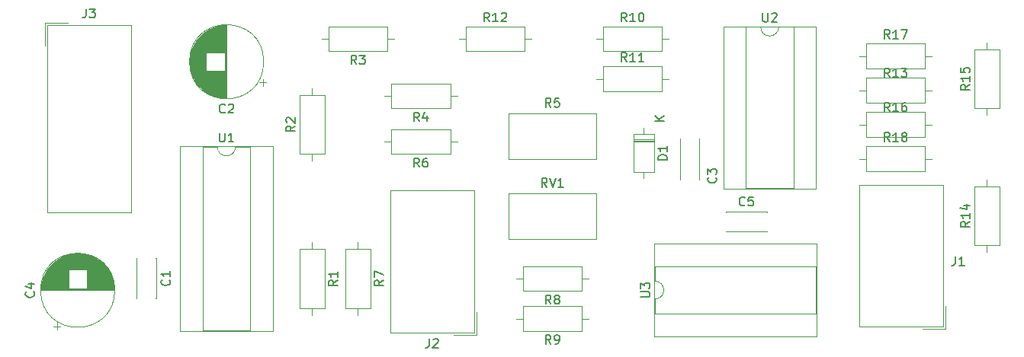
<source format=gbr>
G04 #@! TF.GenerationSoftware,KiCad,Pcbnew,5.1.4-e60b266~84~ubuntu18.04.1*
G04 #@! TF.CreationDate,2020-01-27T23:34:11+00:00*
G04 #@! TF.ProjectId,fco_v1,66636f5f-7631-42e6-9b69-6361645f7063,rev?*
G04 #@! TF.SameCoordinates,Original*
G04 #@! TF.FileFunction,Legend,Top*
G04 #@! TF.FilePolarity,Positive*
%FSLAX46Y46*%
G04 Gerber Fmt 4.6, Leading zero omitted, Abs format (unit mm)*
G04 Created by KiCad (PCBNEW 5.1.4-e60b266~84~ubuntu18.04.1) date 2020-01-27 23:34:11*
%MOMM*%
%LPD*%
G04 APERTURE LIST*
%ADD10C,0.120000*%
%ADD11C,0.150000*%
G04 APERTURE END LIST*
D10*
X109065000Y-99580000D02*
X106525000Y-99580000D01*
X109065000Y-99580000D02*
X109065000Y-97040000D01*
X108815000Y-99330000D02*
X99465000Y-99330000D01*
X108815000Y-83550000D02*
X108815000Y-99330000D01*
X99465000Y-83550000D02*
X108815000Y-83550000D01*
X99465000Y-99330000D02*
X99465000Y-83550000D01*
X141295000Y-88050000D02*
X141295000Y-88065000D01*
X141295000Y-85925000D02*
X141295000Y-85940000D01*
X136755000Y-88050000D02*
X136755000Y-88065000D01*
X136755000Y-85925000D02*
X136755000Y-85940000D01*
X136755000Y-88065000D02*
X141295000Y-88065000D01*
X136755000Y-85925000D02*
X141295000Y-85925000D01*
X61115000Y-64885000D02*
X63655000Y-64885000D01*
X61115000Y-64885000D02*
X61115000Y-67425000D01*
X61365000Y-65135000D02*
X70715000Y-65135000D01*
X61365000Y-85995000D02*
X61365000Y-65135000D01*
X70715000Y-85995000D02*
X61365000Y-85995000D01*
X70715000Y-65135000D02*
X70715000Y-85995000D01*
X128785000Y-89475000D02*
X128785000Y-99755000D01*
X146805000Y-89475000D02*
X128785000Y-89475000D01*
X146805000Y-99755000D02*
X146805000Y-89475000D01*
X128785000Y-99755000D02*
X146805000Y-99755000D01*
X128845000Y-91965000D02*
X128845000Y-93615000D01*
X146745000Y-91965000D02*
X128845000Y-91965000D01*
X146745000Y-97265000D02*
X146745000Y-91965000D01*
X128845000Y-97265000D02*
X146745000Y-97265000D01*
X128845000Y-95615000D02*
X128845000Y-97265000D01*
X128845000Y-93615000D02*
G75*
G02X128845000Y-95615000I0J-1000000D01*
G01*
X86420000Y-78620000D02*
X76140000Y-78620000D01*
X86420000Y-99180000D02*
X86420000Y-78620000D01*
X76140000Y-99180000D02*
X86420000Y-99180000D01*
X76140000Y-78620000D02*
X76140000Y-99180000D01*
X83930000Y-78680000D02*
X82280000Y-78680000D01*
X83930000Y-99120000D02*
X83930000Y-78680000D01*
X78630000Y-99120000D02*
X83930000Y-99120000D01*
X78630000Y-78680000D02*
X78630000Y-99120000D01*
X80280000Y-78680000D02*
X78630000Y-78680000D01*
X82280000Y-78680000D02*
G75*
G02X80280000Y-78680000I-1000000J0D01*
G01*
X122360000Y-74940000D02*
X122360000Y-80010000D01*
X112590000Y-74940000D02*
X112590000Y-80010000D01*
X112590000Y-80010000D02*
X122360000Y-80010000D01*
X112590000Y-74940000D02*
X122360000Y-74940000D01*
X161135000Y-98945000D02*
X158595000Y-98945000D01*
X161135000Y-98945000D02*
X161135000Y-96405000D01*
X160885000Y-98695000D02*
X151535000Y-98695000D01*
X160885000Y-82915000D02*
X160885000Y-98695000D01*
X151535000Y-82915000D02*
X160885000Y-82915000D01*
X151535000Y-98695000D02*
X151535000Y-82915000D01*
X146745000Y-65285000D02*
X136465000Y-65285000D01*
X146745000Y-83305000D02*
X146745000Y-65285000D01*
X136465000Y-83305000D02*
X146745000Y-83305000D01*
X136465000Y-65285000D02*
X136465000Y-83305000D01*
X144255000Y-65345000D02*
X142605000Y-65345000D01*
X144255000Y-83245000D02*
X144255000Y-65345000D01*
X138955000Y-83245000D02*
X144255000Y-83245000D01*
X138955000Y-65345000D02*
X138955000Y-83245000D01*
X140605000Y-65345000D02*
X138955000Y-65345000D01*
X142605000Y-65345000D02*
G75*
G02X140605000Y-65345000I-1000000J0D01*
G01*
X122360000Y-83830000D02*
X122360000Y-88900000D01*
X112590000Y-83830000D02*
X112590000Y-88900000D01*
X112590000Y-88900000D02*
X122360000Y-88900000D01*
X112590000Y-83830000D02*
X122360000Y-83830000D01*
X159615000Y-80010000D02*
X158845000Y-80010000D01*
X151535000Y-80010000D02*
X152305000Y-80010000D01*
X158845000Y-78640000D02*
X152305000Y-78640000D01*
X158845000Y-81380000D02*
X158845000Y-78640000D01*
X152305000Y-81380000D02*
X158845000Y-81380000D01*
X152305000Y-78640000D02*
X152305000Y-81380000D01*
X159615000Y-68580000D02*
X158845000Y-68580000D01*
X151535000Y-68580000D02*
X152305000Y-68580000D01*
X158845000Y-67210000D02*
X152305000Y-67210000D01*
X158845000Y-69950000D02*
X158845000Y-67210000D01*
X152305000Y-69950000D02*
X158845000Y-69950000D01*
X152305000Y-67210000D02*
X152305000Y-69950000D01*
X159615000Y-76200000D02*
X158845000Y-76200000D01*
X151535000Y-76200000D02*
X152305000Y-76200000D01*
X158845000Y-74830000D02*
X152305000Y-74830000D01*
X158845000Y-77570000D02*
X158845000Y-74830000D01*
X152305000Y-77570000D02*
X158845000Y-77570000D01*
X152305000Y-74830000D02*
X152305000Y-77570000D01*
X165735000Y-67080000D02*
X165735000Y-67850000D01*
X165735000Y-75160000D02*
X165735000Y-74390000D01*
X164365000Y-67850000D02*
X164365000Y-74390000D01*
X167105000Y-67850000D02*
X164365000Y-67850000D01*
X167105000Y-74390000D02*
X167105000Y-67850000D01*
X164365000Y-74390000D02*
X167105000Y-74390000D01*
X165735000Y-82320000D02*
X165735000Y-83090000D01*
X165735000Y-90400000D02*
X165735000Y-89630000D01*
X164365000Y-83090000D02*
X164365000Y-89630000D01*
X167105000Y-83090000D02*
X164365000Y-83090000D01*
X167105000Y-89630000D02*
X167105000Y-83090000D01*
X164365000Y-89630000D02*
X167105000Y-89630000D01*
X159615000Y-72390000D02*
X158845000Y-72390000D01*
X151535000Y-72390000D02*
X152305000Y-72390000D01*
X158845000Y-71020000D02*
X152305000Y-71020000D01*
X158845000Y-73760000D02*
X158845000Y-71020000D01*
X152305000Y-73760000D02*
X158845000Y-73760000D01*
X152305000Y-71020000D02*
X152305000Y-73760000D01*
X115165000Y-66675000D02*
X114395000Y-66675000D01*
X107085000Y-66675000D02*
X107855000Y-66675000D01*
X114395000Y-65305000D02*
X107855000Y-65305000D01*
X114395000Y-68045000D02*
X114395000Y-65305000D01*
X107855000Y-68045000D02*
X114395000Y-68045000D01*
X107855000Y-65305000D02*
X107855000Y-68045000D01*
X130405000Y-71120000D02*
X129635000Y-71120000D01*
X122325000Y-71120000D02*
X123095000Y-71120000D01*
X129635000Y-69750000D02*
X123095000Y-69750000D01*
X129635000Y-72490000D02*
X129635000Y-69750000D01*
X123095000Y-72490000D02*
X129635000Y-72490000D01*
X123095000Y-69750000D02*
X123095000Y-72490000D01*
X130405000Y-66675000D02*
X129635000Y-66675000D01*
X122325000Y-66675000D02*
X123095000Y-66675000D01*
X129635000Y-65305000D02*
X123095000Y-65305000D01*
X129635000Y-68045000D02*
X129635000Y-65305000D01*
X123095000Y-68045000D02*
X129635000Y-68045000D01*
X123095000Y-65305000D02*
X123095000Y-68045000D01*
X113435000Y-97790000D02*
X114205000Y-97790000D01*
X121515000Y-97790000D02*
X120745000Y-97790000D01*
X114205000Y-99160000D02*
X120745000Y-99160000D01*
X114205000Y-96420000D02*
X114205000Y-99160000D01*
X120745000Y-96420000D02*
X114205000Y-96420000D01*
X120745000Y-99160000D02*
X120745000Y-96420000D01*
X113435000Y-93345000D02*
X114205000Y-93345000D01*
X121515000Y-93345000D02*
X120745000Y-93345000D01*
X114205000Y-94715000D02*
X120745000Y-94715000D01*
X114205000Y-91975000D02*
X114205000Y-94715000D01*
X120745000Y-91975000D02*
X114205000Y-91975000D01*
X120745000Y-94715000D02*
X120745000Y-91975000D01*
X95885000Y-97385000D02*
X95885000Y-96615000D01*
X95885000Y-89305000D02*
X95885000Y-90075000D01*
X97255000Y-96615000D02*
X97255000Y-90075000D01*
X94515000Y-96615000D02*
X97255000Y-96615000D01*
X94515000Y-90075000D02*
X94515000Y-96615000D01*
X97255000Y-90075000D02*
X94515000Y-90075000D01*
X98830000Y-78105000D02*
X99600000Y-78105000D01*
X106910000Y-78105000D02*
X106140000Y-78105000D01*
X99600000Y-79475000D02*
X106140000Y-79475000D01*
X99600000Y-76735000D02*
X99600000Y-79475000D01*
X106140000Y-76735000D02*
X99600000Y-76735000D01*
X106140000Y-79475000D02*
X106140000Y-76735000D01*
X98830000Y-73025000D02*
X99600000Y-73025000D01*
X106910000Y-73025000D02*
X106140000Y-73025000D01*
X99600000Y-74395000D02*
X106140000Y-74395000D01*
X99600000Y-71655000D02*
X99600000Y-74395000D01*
X106140000Y-71655000D02*
X99600000Y-71655000D01*
X106140000Y-74395000D02*
X106140000Y-71655000D01*
X99155000Y-68045000D02*
X99155000Y-65305000D01*
X99155000Y-65305000D02*
X92615000Y-65305000D01*
X92615000Y-65305000D02*
X92615000Y-68045000D01*
X92615000Y-68045000D02*
X99155000Y-68045000D01*
X99925000Y-66675000D02*
X99155000Y-66675000D01*
X91845000Y-66675000D02*
X92615000Y-66675000D01*
X90805000Y-72160000D02*
X90805000Y-72930000D01*
X90805000Y-80240000D02*
X90805000Y-79470000D01*
X89435000Y-72930000D02*
X89435000Y-79470000D01*
X92175000Y-72930000D02*
X89435000Y-72930000D01*
X92175000Y-79470000D02*
X92175000Y-72930000D01*
X89435000Y-79470000D02*
X92175000Y-79470000D01*
X90805000Y-97385000D02*
X90805000Y-96615000D01*
X90805000Y-89305000D02*
X90805000Y-90075000D01*
X92175000Y-96615000D02*
X92175000Y-90075000D01*
X89435000Y-96615000D02*
X92175000Y-96615000D01*
X89435000Y-90075000D02*
X89435000Y-96615000D01*
X92175000Y-90075000D02*
X89435000Y-90075000D01*
X128755000Y-77855000D02*
X126515000Y-77855000D01*
X128755000Y-78095000D02*
X126515000Y-78095000D01*
X128755000Y-77975000D02*
X126515000Y-77975000D01*
X127635000Y-82145000D02*
X127635000Y-81495000D01*
X127635000Y-76605000D02*
X127635000Y-77255000D01*
X128755000Y-81495000D02*
X128755000Y-77255000D01*
X126515000Y-81495000D02*
X128755000Y-81495000D01*
X126515000Y-77255000D02*
X126515000Y-81495000D01*
X128755000Y-77255000D02*
X126515000Y-77255000D01*
X62055000Y-98644698D02*
X62855000Y-98644698D01*
X62455000Y-99044698D02*
X62455000Y-98244698D01*
X64237000Y-90554000D02*
X65303000Y-90554000D01*
X64002000Y-90594000D02*
X65538000Y-90594000D01*
X63822000Y-90634000D02*
X65718000Y-90634000D01*
X63672000Y-90674000D02*
X65868000Y-90674000D01*
X63541000Y-90714000D02*
X65999000Y-90714000D01*
X63424000Y-90754000D02*
X66116000Y-90754000D01*
X63317000Y-90794000D02*
X66223000Y-90794000D01*
X63218000Y-90834000D02*
X66322000Y-90834000D01*
X63125000Y-90874000D02*
X66415000Y-90874000D01*
X63039000Y-90914000D02*
X66501000Y-90914000D01*
X62957000Y-90954000D02*
X66583000Y-90954000D01*
X62880000Y-90994000D02*
X66660000Y-90994000D01*
X62806000Y-91034000D02*
X66734000Y-91034000D01*
X62736000Y-91074000D02*
X66804000Y-91074000D01*
X62668000Y-91114000D02*
X66872000Y-91114000D01*
X62604000Y-91154000D02*
X66936000Y-91154000D01*
X62542000Y-91194000D02*
X66998000Y-91194000D01*
X62483000Y-91234000D02*
X67057000Y-91234000D01*
X62425000Y-91274000D02*
X67115000Y-91274000D01*
X62370000Y-91314000D02*
X67170000Y-91314000D01*
X62316000Y-91354000D02*
X67224000Y-91354000D01*
X62265000Y-91394000D02*
X67275000Y-91394000D01*
X62214000Y-91434000D02*
X67326000Y-91434000D01*
X62166000Y-91474000D02*
X67374000Y-91474000D01*
X62119000Y-91514000D02*
X67421000Y-91514000D01*
X62073000Y-91554000D02*
X67467000Y-91554000D01*
X62029000Y-91594000D02*
X67511000Y-91594000D01*
X61986000Y-91634000D02*
X67554000Y-91634000D01*
X61944000Y-91674000D02*
X67596000Y-91674000D01*
X61903000Y-91714000D02*
X67637000Y-91714000D01*
X61863000Y-91754000D02*
X67677000Y-91754000D01*
X61825000Y-91794000D02*
X67715000Y-91794000D01*
X61787000Y-91834000D02*
X67753000Y-91834000D01*
X61751000Y-91874000D02*
X67789000Y-91874000D01*
X61715000Y-91914000D02*
X67825000Y-91914000D01*
X61680000Y-91954000D02*
X67860000Y-91954000D01*
X61646000Y-91994000D02*
X67894000Y-91994000D01*
X61614000Y-92034000D02*
X67926000Y-92034000D01*
X61581000Y-92074000D02*
X67959000Y-92074000D01*
X61550000Y-92114000D02*
X67990000Y-92114000D01*
X61520000Y-92154000D02*
X68020000Y-92154000D01*
X61490000Y-92194000D02*
X68050000Y-92194000D01*
X61461000Y-92234000D02*
X68079000Y-92234000D01*
X61432000Y-92274000D02*
X68108000Y-92274000D01*
X61405000Y-92314000D02*
X68135000Y-92314000D01*
X65810000Y-92354000D02*
X68162000Y-92354000D01*
X61378000Y-92354000D02*
X63730000Y-92354000D01*
X65810000Y-92394000D02*
X68188000Y-92394000D01*
X61352000Y-92394000D02*
X63730000Y-92394000D01*
X65810000Y-92434000D02*
X68214000Y-92434000D01*
X61326000Y-92434000D02*
X63730000Y-92434000D01*
X65810000Y-92474000D02*
X68239000Y-92474000D01*
X61301000Y-92474000D02*
X63730000Y-92474000D01*
X65810000Y-92514000D02*
X68263000Y-92514000D01*
X61277000Y-92514000D02*
X63730000Y-92514000D01*
X65810000Y-92554000D02*
X68287000Y-92554000D01*
X61253000Y-92554000D02*
X63730000Y-92554000D01*
X65810000Y-92594000D02*
X68310000Y-92594000D01*
X61230000Y-92594000D02*
X63730000Y-92594000D01*
X65810000Y-92634000D02*
X68332000Y-92634000D01*
X61208000Y-92634000D02*
X63730000Y-92634000D01*
X65810000Y-92674000D02*
X68354000Y-92674000D01*
X61186000Y-92674000D02*
X63730000Y-92674000D01*
X65810000Y-92714000D02*
X68376000Y-92714000D01*
X61164000Y-92714000D02*
X63730000Y-92714000D01*
X65810000Y-92754000D02*
X68397000Y-92754000D01*
X61143000Y-92754000D02*
X63730000Y-92754000D01*
X65810000Y-92794000D02*
X68417000Y-92794000D01*
X61123000Y-92794000D02*
X63730000Y-92794000D01*
X65810000Y-92834000D02*
X68436000Y-92834000D01*
X61104000Y-92834000D02*
X63730000Y-92834000D01*
X65810000Y-92874000D02*
X68456000Y-92874000D01*
X61084000Y-92874000D02*
X63730000Y-92874000D01*
X65810000Y-92914000D02*
X68474000Y-92914000D01*
X61066000Y-92914000D02*
X63730000Y-92914000D01*
X65810000Y-92954000D02*
X68492000Y-92954000D01*
X61048000Y-92954000D02*
X63730000Y-92954000D01*
X65810000Y-92994000D02*
X68510000Y-92994000D01*
X61030000Y-92994000D02*
X63730000Y-92994000D01*
X65810000Y-93034000D02*
X68527000Y-93034000D01*
X61013000Y-93034000D02*
X63730000Y-93034000D01*
X65810000Y-93074000D02*
X68544000Y-93074000D01*
X60996000Y-93074000D02*
X63730000Y-93074000D01*
X65810000Y-93114000D02*
X68560000Y-93114000D01*
X60980000Y-93114000D02*
X63730000Y-93114000D01*
X65810000Y-93154000D02*
X68575000Y-93154000D01*
X60965000Y-93154000D02*
X63730000Y-93154000D01*
X65810000Y-93194000D02*
X68591000Y-93194000D01*
X60949000Y-93194000D02*
X63730000Y-93194000D01*
X65810000Y-93234000D02*
X68605000Y-93234000D01*
X60935000Y-93234000D02*
X63730000Y-93234000D01*
X65810000Y-93274000D02*
X68620000Y-93274000D01*
X60920000Y-93274000D02*
X63730000Y-93274000D01*
X65810000Y-93314000D02*
X68633000Y-93314000D01*
X60907000Y-93314000D02*
X63730000Y-93314000D01*
X65810000Y-93354000D02*
X68647000Y-93354000D01*
X60893000Y-93354000D02*
X63730000Y-93354000D01*
X65810000Y-93394000D02*
X68659000Y-93394000D01*
X60881000Y-93394000D02*
X63730000Y-93394000D01*
X65810000Y-93434000D02*
X68672000Y-93434000D01*
X60868000Y-93434000D02*
X63730000Y-93434000D01*
X65810000Y-93474000D02*
X68684000Y-93474000D01*
X60856000Y-93474000D02*
X63730000Y-93474000D01*
X65810000Y-93514000D02*
X68695000Y-93514000D01*
X60845000Y-93514000D02*
X63730000Y-93514000D01*
X65810000Y-93554000D02*
X68706000Y-93554000D01*
X60834000Y-93554000D02*
X63730000Y-93554000D01*
X65810000Y-93594000D02*
X68717000Y-93594000D01*
X60823000Y-93594000D02*
X63730000Y-93594000D01*
X65810000Y-93634000D02*
X68727000Y-93634000D01*
X60813000Y-93634000D02*
X63730000Y-93634000D01*
X65810000Y-93674000D02*
X68737000Y-93674000D01*
X60803000Y-93674000D02*
X63730000Y-93674000D01*
X65810000Y-93714000D02*
X68746000Y-93714000D01*
X60794000Y-93714000D02*
X63730000Y-93714000D01*
X65810000Y-93754000D02*
X68755000Y-93754000D01*
X60785000Y-93754000D02*
X63730000Y-93754000D01*
X65810000Y-93794000D02*
X68764000Y-93794000D01*
X60776000Y-93794000D02*
X63730000Y-93794000D01*
X65810000Y-93834000D02*
X68772000Y-93834000D01*
X60768000Y-93834000D02*
X63730000Y-93834000D01*
X65810000Y-93874000D02*
X68780000Y-93874000D01*
X60760000Y-93874000D02*
X63730000Y-93874000D01*
X65810000Y-93914000D02*
X68787000Y-93914000D01*
X60753000Y-93914000D02*
X63730000Y-93914000D01*
X65810000Y-93955000D02*
X68794000Y-93955000D01*
X60746000Y-93955000D02*
X63730000Y-93955000D01*
X65810000Y-93995000D02*
X68800000Y-93995000D01*
X60740000Y-93995000D02*
X63730000Y-93995000D01*
X65810000Y-94035000D02*
X68807000Y-94035000D01*
X60733000Y-94035000D02*
X63730000Y-94035000D01*
X65810000Y-94075000D02*
X68812000Y-94075000D01*
X60728000Y-94075000D02*
X63730000Y-94075000D01*
X65810000Y-94115000D02*
X68818000Y-94115000D01*
X60722000Y-94115000D02*
X63730000Y-94115000D01*
X65810000Y-94155000D02*
X68822000Y-94155000D01*
X60718000Y-94155000D02*
X63730000Y-94155000D01*
X65810000Y-94195000D02*
X68827000Y-94195000D01*
X60713000Y-94195000D02*
X63730000Y-94195000D01*
X65810000Y-94235000D02*
X68831000Y-94235000D01*
X60709000Y-94235000D02*
X63730000Y-94235000D01*
X65810000Y-94275000D02*
X68835000Y-94275000D01*
X60705000Y-94275000D02*
X63730000Y-94275000D01*
X65810000Y-94315000D02*
X68838000Y-94315000D01*
X60702000Y-94315000D02*
X63730000Y-94315000D01*
X65810000Y-94355000D02*
X68841000Y-94355000D01*
X60699000Y-94355000D02*
X63730000Y-94355000D01*
X65810000Y-94395000D02*
X68844000Y-94395000D01*
X60696000Y-94395000D02*
X63730000Y-94395000D01*
X60694000Y-94435000D02*
X68846000Y-94435000D01*
X60693000Y-94475000D02*
X68847000Y-94475000D01*
X60691000Y-94515000D02*
X68849000Y-94515000D01*
X60690000Y-94555000D02*
X68850000Y-94555000D01*
X60690000Y-94595000D02*
X68850000Y-94595000D01*
X60690000Y-94635000D02*
X68850000Y-94635000D01*
X68890000Y-94635000D02*
G75*
G03X68890000Y-94635000I-4120000J0D01*
G01*
X133770000Y-77780000D02*
X133785000Y-77780000D01*
X131645000Y-77780000D02*
X131660000Y-77780000D01*
X133770000Y-82320000D02*
X133785000Y-82320000D01*
X131645000Y-82320000D02*
X131660000Y-82320000D01*
X133785000Y-82320000D02*
X133785000Y-77780000D01*
X131645000Y-82320000D02*
X131645000Y-77780000D01*
X85309698Y-71930000D02*
X85309698Y-71130000D01*
X85709698Y-71530000D02*
X84909698Y-71530000D01*
X77219000Y-69748000D02*
X77219000Y-68682000D01*
X77259000Y-69983000D02*
X77259000Y-68447000D01*
X77299000Y-70163000D02*
X77299000Y-68267000D01*
X77339000Y-70313000D02*
X77339000Y-68117000D01*
X77379000Y-70444000D02*
X77379000Y-67986000D01*
X77419000Y-70561000D02*
X77419000Y-67869000D01*
X77459000Y-70668000D02*
X77459000Y-67762000D01*
X77499000Y-70767000D02*
X77499000Y-67663000D01*
X77539000Y-70860000D02*
X77539000Y-67570000D01*
X77579000Y-70946000D02*
X77579000Y-67484000D01*
X77619000Y-71028000D02*
X77619000Y-67402000D01*
X77659000Y-71105000D02*
X77659000Y-67325000D01*
X77699000Y-71179000D02*
X77699000Y-67251000D01*
X77739000Y-71249000D02*
X77739000Y-67181000D01*
X77779000Y-71317000D02*
X77779000Y-67113000D01*
X77819000Y-71381000D02*
X77819000Y-67049000D01*
X77859000Y-71443000D02*
X77859000Y-66987000D01*
X77899000Y-71502000D02*
X77899000Y-66928000D01*
X77939000Y-71560000D02*
X77939000Y-66870000D01*
X77979000Y-71615000D02*
X77979000Y-66815000D01*
X78019000Y-71669000D02*
X78019000Y-66761000D01*
X78059000Y-71720000D02*
X78059000Y-66710000D01*
X78099000Y-71771000D02*
X78099000Y-66659000D01*
X78139000Y-71819000D02*
X78139000Y-66611000D01*
X78179000Y-71866000D02*
X78179000Y-66564000D01*
X78219000Y-71912000D02*
X78219000Y-66518000D01*
X78259000Y-71956000D02*
X78259000Y-66474000D01*
X78299000Y-71999000D02*
X78299000Y-66431000D01*
X78339000Y-72041000D02*
X78339000Y-66389000D01*
X78379000Y-72082000D02*
X78379000Y-66348000D01*
X78419000Y-72122000D02*
X78419000Y-66308000D01*
X78459000Y-72160000D02*
X78459000Y-66270000D01*
X78499000Y-72198000D02*
X78499000Y-66232000D01*
X78539000Y-72234000D02*
X78539000Y-66196000D01*
X78579000Y-72270000D02*
X78579000Y-66160000D01*
X78619000Y-72305000D02*
X78619000Y-66125000D01*
X78659000Y-72339000D02*
X78659000Y-66091000D01*
X78699000Y-72371000D02*
X78699000Y-66059000D01*
X78739000Y-72404000D02*
X78739000Y-66026000D01*
X78779000Y-72435000D02*
X78779000Y-65995000D01*
X78819000Y-72465000D02*
X78819000Y-65965000D01*
X78859000Y-72495000D02*
X78859000Y-65935000D01*
X78899000Y-72524000D02*
X78899000Y-65906000D01*
X78939000Y-72553000D02*
X78939000Y-65877000D01*
X78979000Y-72580000D02*
X78979000Y-65850000D01*
X79019000Y-68175000D02*
X79019000Y-65823000D01*
X79019000Y-72607000D02*
X79019000Y-70255000D01*
X79059000Y-68175000D02*
X79059000Y-65797000D01*
X79059000Y-72633000D02*
X79059000Y-70255000D01*
X79099000Y-68175000D02*
X79099000Y-65771000D01*
X79099000Y-72659000D02*
X79099000Y-70255000D01*
X79139000Y-68175000D02*
X79139000Y-65746000D01*
X79139000Y-72684000D02*
X79139000Y-70255000D01*
X79179000Y-68175000D02*
X79179000Y-65722000D01*
X79179000Y-72708000D02*
X79179000Y-70255000D01*
X79219000Y-68175000D02*
X79219000Y-65698000D01*
X79219000Y-72732000D02*
X79219000Y-70255000D01*
X79259000Y-68175000D02*
X79259000Y-65675000D01*
X79259000Y-72755000D02*
X79259000Y-70255000D01*
X79299000Y-68175000D02*
X79299000Y-65653000D01*
X79299000Y-72777000D02*
X79299000Y-70255000D01*
X79339000Y-68175000D02*
X79339000Y-65631000D01*
X79339000Y-72799000D02*
X79339000Y-70255000D01*
X79379000Y-68175000D02*
X79379000Y-65609000D01*
X79379000Y-72821000D02*
X79379000Y-70255000D01*
X79419000Y-68175000D02*
X79419000Y-65588000D01*
X79419000Y-72842000D02*
X79419000Y-70255000D01*
X79459000Y-68175000D02*
X79459000Y-65568000D01*
X79459000Y-72862000D02*
X79459000Y-70255000D01*
X79499000Y-68175000D02*
X79499000Y-65549000D01*
X79499000Y-72881000D02*
X79499000Y-70255000D01*
X79539000Y-68175000D02*
X79539000Y-65529000D01*
X79539000Y-72901000D02*
X79539000Y-70255000D01*
X79579000Y-68175000D02*
X79579000Y-65511000D01*
X79579000Y-72919000D02*
X79579000Y-70255000D01*
X79619000Y-68175000D02*
X79619000Y-65493000D01*
X79619000Y-72937000D02*
X79619000Y-70255000D01*
X79659000Y-68175000D02*
X79659000Y-65475000D01*
X79659000Y-72955000D02*
X79659000Y-70255000D01*
X79699000Y-68175000D02*
X79699000Y-65458000D01*
X79699000Y-72972000D02*
X79699000Y-70255000D01*
X79739000Y-68175000D02*
X79739000Y-65441000D01*
X79739000Y-72989000D02*
X79739000Y-70255000D01*
X79779000Y-68175000D02*
X79779000Y-65425000D01*
X79779000Y-73005000D02*
X79779000Y-70255000D01*
X79819000Y-68175000D02*
X79819000Y-65410000D01*
X79819000Y-73020000D02*
X79819000Y-70255000D01*
X79859000Y-68175000D02*
X79859000Y-65394000D01*
X79859000Y-73036000D02*
X79859000Y-70255000D01*
X79899000Y-68175000D02*
X79899000Y-65380000D01*
X79899000Y-73050000D02*
X79899000Y-70255000D01*
X79939000Y-68175000D02*
X79939000Y-65365000D01*
X79939000Y-73065000D02*
X79939000Y-70255000D01*
X79979000Y-68175000D02*
X79979000Y-65352000D01*
X79979000Y-73078000D02*
X79979000Y-70255000D01*
X80019000Y-68175000D02*
X80019000Y-65338000D01*
X80019000Y-73092000D02*
X80019000Y-70255000D01*
X80059000Y-68175000D02*
X80059000Y-65326000D01*
X80059000Y-73104000D02*
X80059000Y-70255000D01*
X80099000Y-68175000D02*
X80099000Y-65313000D01*
X80099000Y-73117000D02*
X80099000Y-70255000D01*
X80139000Y-68175000D02*
X80139000Y-65301000D01*
X80139000Y-73129000D02*
X80139000Y-70255000D01*
X80179000Y-68175000D02*
X80179000Y-65290000D01*
X80179000Y-73140000D02*
X80179000Y-70255000D01*
X80219000Y-68175000D02*
X80219000Y-65279000D01*
X80219000Y-73151000D02*
X80219000Y-70255000D01*
X80259000Y-68175000D02*
X80259000Y-65268000D01*
X80259000Y-73162000D02*
X80259000Y-70255000D01*
X80299000Y-68175000D02*
X80299000Y-65258000D01*
X80299000Y-73172000D02*
X80299000Y-70255000D01*
X80339000Y-68175000D02*
X80339000Y-65248000D01*
X80339000Y-73182000D02*
X80339000Y-70255000D01*
X80379000Y-68175000D02*
X80379000Y-65239000D01*
X80379000Y-73191000D02*
X80379000Y-70255000D01*
X80419000Y-68175000D02*
X80419000Y-65230000D01*
X80419000Y-73200000D02*
X80419000Y-70255000D01*
X80459000Y-68175000D02*
X80459000Y-65221000D01*
X80459000Y-73209000D02*
X80459000Y-70255000D01*
X80499000Y-68175000D02*
X80499000Y-65213000D01*
X80499000Y-73217000D02*
X80499000Y-70255000D01*
X80539000Y-68175000D02*
X80539000Y-65205000D01*
X80539000Y-73225000D02*
X80539000Y-70255000D01*
X80579000Y-68175000D02*
X80579000Y-65198000D01*
X80579000Y-73232000D02*
X80579000Y-70255000D01*
X80620000Y-68175000D02*
X80620000Y-65191000D01*
X80620000Y-73239000D02*
X80620000Y-70255000D01*
X80660000Y-68175000D02*
X80660000Y-65185000D01*
X80660000Y-73245000D02*
X80660000Y-70255000D01*
X80700000Y-68175000D02*
X80700000Y-65178000D01*
X80700000Y-73252000D02*
X80700000Y-70255000D01*
X80740000Y-68175000D02*
X80740000Y-65173000D01*
X80740000Y-73257000D02*
X80740000Y-70255000D01*
X80780000Y-68175000D02*
X80780000Y-65167000D01*
X80780000Y-73263000D02*
X80780000Y-70255000D01*
X80820000Y-68175000D02*
X80820000Y-65163000D01*
X80820000Y-73267000D02*
X80820000Y-70255000D01*
X80860000Y-68175000D02*
X80860000Y-65158000D01*
X80860000Y-73272000D02*
X80860000Y-70255000D01*
X80900000Y-68175000D02*
X80900000Y-65154000D01*
X80900000Y-73276000D02*
X80900000Y-70255000D01*
X80940000Y-68175000D02*
X80940000Y-65150000D01*
X80940000Y-73280000D02*
X80940000Y-70255000D01*
X80980000Y-68175000D02*
X80980000Y-65147000D01*
X80980000Y-73283000D02*
X80980000Y-70255000D01*
X81020000Y-68175000D02*
X81020000Y-65144000D01*
X81020000Y-73286000D02*
X81020000Y-70255000D01*
X81060000Y-68175000D02*
X81060000Y-65141000D01*
X81060000Y-73289000D02*
X81060000Y-70255000D01*
X81100000Y-73291000D02*
X81100000Y-65139000D01*
X81140000Y-73292000D02*
X81140000Y-65138000D01*
X81180000Y-73294000D02*
X81180000Y-65136000D01*
X81220000Y-73295000D02*
X81220000Y-65135000D01*
X81260000Y-73295000D02*
X81260000Y-65135000D01*
X81300000Y-73295000D02*
X81300000Y-65135000D01*
X85420000Y-69215000D02*
G75*
G03X85420000Y-69215000I-4120000J0D01*
G01*
X71335000Y-95575000D02*
X71320000Y-95575000D01*
X73460000Y-95575000D02*
X73445000Y-95575000D01*
X71335000Y-91035000D02*
X71320000Y-91035000D01*
X73460000Y-91035000D02*
X73445000Y-91035000D01*
X71320000Y-91035000D02*
X71320000Y-95575000D01*
X73460000Y-91035000D02*
X73460000Y-95575000D01*
D11*
X103806666Y-100036380D02*
X103806666Y-100750666D01*
X103759047Y-100893523D01*
X103663809Y-100988761D01*
X103520952Y-101036380D01*
X103425714Y-101036380D01*
X104235238Y-100131619D02*
X104282857Y-100084000D01*
X104378095Y-100036380D01*
X104616190Y-100036380D01*
X104711428Y-100084000D01*
X104759047Y-100131619D01*
X104806666Y-100226857D01*
X104806666Y-100322095D01*
X104759047Y-100464952D01*
X104187619Y-101036380D01*
X104806666Y-101036380D01*
X138858333Y-85152142D02*
X138810714Y-85199761D01*
X138667857Y-85247380D01*
X138572619Y-85247380D01*
X138429761Y-85199761D01*
X138334523Y-85104523D01*
X138286904Y-85009285D01*
X138239285Y-84818809D01*
X138239285Y-84675952D01*
X138286904Y-84485476D01*
X138334523Y-84390238D01*
X138429761Y-84295000D01*
X138572619Y-84247380D01*
X138667857Y-84247380D01*
X138810714Y-84295000D01*
X138858333Y-84342619D01*
X139763095Y-84247380D02*
X139286904Y-84247380D01*
X139239285Y-84723571D01*
X139286904Y-84675952D01*
X139382142Y-84628333D01*
X139620238Y-84628333D01*
X139715476Y-84675952D01*
X139763095Y-84723571D01*
X139810714Y-84818809D01*
X139810714Y-85056904D01*
X139763095Y-85152142D01*
X139715476Y-85199761D01*
X139620238Y-85247380D01*
X139382142Y-85247380D01*
X139286904Y-85199761D01*
X139239285Y-85152142D01*
X65706666Y-63333380D02*
X65706666Y-64047666D01*
X65659047Y-64190523D01*
X65563809Y-64285761D01*
X65420952Y-64333380D01*
X65325714Y-64333380D01*
X66087619Y-63333380D02*
X66706666Y-63333380D01*
X66373333Y-63714333D01*
X66516190Y-63714333D01*
X66611428Y-63761952D01*
X66659047Y-63809571D01*
X66706666Y-63904809D01*
X66706666Y-64142904D01*
X66659047Y-64238142D01*
X66611428Y-64285761D01*
X66516190Y-64333380D01*
X66230476Y-64333380D01*
X66135238Y-64285761D01*
X66087619Y-64238142D01*
X127297380Y-95376904D02*
X128106904Y-95376904D01*
X128202142Y-95329285D01*
X128249761Y-95281666D01*
X128297380Y-95186428D01*
X128297380Y-94995952D01*
X128249761Y-94900714D01*
X128202142Y-94853095D01*
X128106904Y-94805476D01*
X127297380Y-94805476D01*
X127297380Y-94424523D02*
X127297380Y-93805476D01*
X127678333Y-94138809D01*
X127678333Y-93995952D01*
X127725952Y-93900714D01*
X127773571Y-93853095D01*
X127868809Y-93805476D01*
X128106904Y-93805476D01*
X128202142Y-93853095D01*
X128249761Y-93900714D01*
X128297380Y-93995952D01*
X128297380Y-94281666D01*
X128249761Y-94376904D01*
X128202142Y-94424523D01*
X80518095Y-77132380D02*
X80518095Y-77941904D01*
X80565714Y-78037142D01*
X80613333Y-78084761D01*
X80708571Y-78132380D01*
X80899047Y-78132380D01*
X80994285Y-78084761D01*
X81041904Y-78037142D01*
X81089523Y-77941904D01*
X81089523Y-77132380D01*
X82089523Y-78132380D02*
X81518095Y-78132380D01*
X81803809Y-78132380D02*
X81803809Y-77132380D01*
X81708571Y-77275238D01*
X81613333Y-77370476D01*
X81518095Y-77418095D01*
X117308333Y-74262380D02*
X116975000Y-73786190D01*
X116736904Y-74262380D02*
X116736904Y-73262380D01*
X117117857Y-73262380D01*
X117213095Y-73310000D01*
X117260714Y-73357619D01*
X117308333Y-73452857D01*
X117308333Y-73595714D01*
X117260714Y-73690952D01*
X117213095Y-73738571D01*
X117117857Y-73786190D01*
X116736904Y-73786190D01*
X118213095Y-73262380D02*
X117736904Y-73262380D01*
X117689285Y-73738571D01*
X117736904Y-73690952D01*
X117832142Y-73643333D01*
X118070238Y-73643333D01*
X118165476Y-73690952D01*
X118213095Y-73738571D01*
X118260714Y-73833809D01*
X118260714Y-74071904D01*
X118213095Y-74167142D01*
X118165476Y-74214761D01*
X118070238Y-74262380D01*
X117832142Y-74262380D01*
X117736904Y-74214761D01*
X117689285Y-74167142D01*
X162226666Y-90892380D02*
X162226666Y-91606666D01*
X162179047Y-91749523D01*
X162083809Y-91844761D01*
X161940952Y-91892380D01*
X161845714Y-91892380D01*
X163226666Y-91892380D02*
X162655238Y-91892380D01*
X162940952Y-91892380D02*
X162940952Y-90892380D01*
X162845714Y-91035238D01*
X162750476Y-91130476D01*
X162655238Y-91178095D01*
X140843095Y-63797380D02*
X140843095Y-64606904D01*
X140890714Y-64702142D01*
X140938333Y-64749761D01*
X141033571Y-64797380D01*
X141224047Y-64797380D01*
X141319285Y-64749761D01*
X141366904Y-64702142D01*
X141414523Y-64606904D01*
X141414523Y-63797380D01*
X141843095Y-63892619D02*
X141890714Y-63845000D01*
X141985952Y-63797380D01*
X142224047Y-63797380D01*
X142319285Y-63845000D01*
X142366904Y-63892619D01*
X142414523Y-63987857D01*
X142414523Y-64083095D01*
X142366904Y-64225952D01*
X141795476Y-64797380D01*
X142414523Y-64797380D01*
X116879761Y-83152380D02*
X116546428Y-82676190D01*
X116308333Y-83152380D02*
X116308333Y-82152380D01*
X116689285Y-82152380D01*
X116784523Y-82200000D01*
X116832142Y-82247619D01*
X116879761Y-82342857D01*
X116879761Y-82485714D01*
X116832142Y-82580952D01*
X116784523Y-82628571D01*
X116689285Y-82676190D01*
X116308333Y-82676190D01*
X117165476Y-82152380D02*
X117498809Y-83152380D01*
X117832142Y-82152380D01*
X118689285Y-83152380D02*
X118117857Y-83152380D01*
X118403571Y-83152380D02*
X118403571Y-82152380D01*
X118308333Y-82295238D01*
X118213095Y-82390476D01*
X118117857Y-82438095D01*
X154932142Y-78092380D02*
X154598809Y-77616190D01*
X154360714Y-78092380D02*
X154360714Y-77092380D01*
X154741666Y-77092380D01*
X154836904Y-77140000D01*
X154884523Y-77187619D01*
X154932142Y-77282857D01*
X154932142Y-77425714D01*
X154884523Y-77520952D01*
X154836904Y-77568571D01*
X154741666Y-77616190D01*
X154360714Y-77616190D01*
X155884523Y-78092380D02*
X155313095Y-78092380D01*
X155598809Y-78092380D02*
X155598809Y-77092380D01*
X155503571Y-77235238D01*
X155408333Y-77330476D01*
X155313095Y-77378095D01*
X156455952Y-77520952D02*
X156360714Y-77473333D01*
X156313095Y-77425714D01*
X156265476Y-77330476D01*
X156265476Y-77282857D01*
X156313095Y-77187619D01*
X156360714Y-77140000D01*
X156455952Y-77092380D01*
X156646428Y-77092380D01*
X156741666Y-77140000D01*
X156789285Y-77187619D01*
X156836904Y-77282857D01*
X156836904Y-77330476D01*
X156789285Y-77425714D01*
X156741666Y-77473333D01*
X156646428Y-77520952D01*
X156455952Y-77520952D01*
X156360714Y-77568571D01*
X156313095Y-77616190D01*
X156265476Y-77711428D01*
X156265476Y-77901904D01*
X156313095Y-77997142D01*
X156360714Y-78044761D01*
X156455952Y-78092380D01*
X156646428Y-78092380D01*
X156741666Y-78044761D01*
X156789285Y-77997142D01*
X156836904Y-77901904D01*
X156836904Y-77711428D01*
X156789285Y-77616190D01*
X156741666Y-77568571D01*
X156646428Y-77520952D01*
X154932142Y-66662380D02*
X154598809Y-66186190D01*
X154360714Y-66662380D02*
X154360714Y-65662380D01*
X154741666Y-65662380D01*
X154836904Y-65710000D01*
X154884523Y-65757619D01*
X154932142Y-65852857D01*
X154932142Y-65995714D01*
X154884523Y-66090952D01*
X154836904Y-66138571D01*
X154741666Y-66186190D01*
X154360714Y-66186190D01*
X155884523Y-66662380D02*
X155313095Y-66662380D01*
X155598809Y-66662380D02*
X155598809Y-65662380D01*
X155503571Y-65805238D01*
X155408333Y-65900476D01*
X155313095Y-65948095D01*
X156217857Y-65662380D02*
X156884523Y-65662380D01*
X156455952Y-66662380D01*
X154932142Y-74747380D02*
X154598809Y-74271190D01*
X154360714Y-74747380D02*
X154360714Y-73747380D01*
X154741666Y-73747380D01*
X154836904Y-73795000D01*
X154884523Y-73842619D01*
X154932142Y-73937857D01*
X154932142Y-74080714D01*
X154884523Y-74175952D01*
X154836904Y-74223571D01*
X154741666Y-74271190D01*
X154360714Y-74271190D01*
X155884523Y-74747380D02*
X155313095Y-74747380D01*
X155598809Y-74747380D02*
X155598809Y-73747380D01*
X155503571Y-73890238D01*
X155408333Y-73985476D01*
X155313095Y-74033095D01*
X156741666Y-73747380D02*
X156551190Y-73747380D01*
X156455952Y-73795000D01*
X156408333Y-73842619D01*
X156313095Y-73985476D01*
X156265476Y-74175952D01*
X156265476Y-74556904D01*
X156313095Y-74652142D01*
X156360714Y-74699761D01*
X156455952Y-74747380D01*
X156646428Y-74747380D01*
X156741666Y-74699761D01*
X156789285Y-74652142D01*
X156836904Y-74556904D01*
X156836904Y-74318809D01*
X156789285Y-74223571D01*
X156741666Y-74175952D01*
X156646428Y-74128333D01*
X156455952Y-74128333D01*
X156360714Y-74175952D01*
X156313095Y-74223571D01*
X156265476Y-74318809D01*
X163817380Y-71762857D02*
X163341190Y-72096190D01*
X163817380Y-72334285D02*
X162817380Y-72334285D01*
X162817380Y-71953333D01*
X162865000Y-71858095D01*
X162912619Y-71810476D01*
X163007857Y-71762857D01*
X163150714Y-71762857D01*
X163245952Y-71810476D01*
X163293571Y-71858095D01*
X163341190Y-71953333D01*
X163341190Y-72334285D01*
X163817380Y-70810476D02*
X163817380Y-71381904D01*
X163817380Y-71096190D02*
X162817380Y-71096190D01*
X162960238Y-71191428D01*
X163055476Y-71286666D01*
X163103095Y-71381904D01*
X162817380Y-69905714D02*
X162817380Y-70381904D01*
X163293571Y-70429523D01*
X163245952Y-70381904D01*
X163198333Y-70286666D01*
X163198333Y-70048571D01*
X163245952Y-69953333D01*
X163293571Y-69905714D01*
X163388809Y-69858095D01*
X163626904Y-69858095D01*
X163722142Y-69905714D01*
X163769761Y-69953333D01*
X163817380Y-70048571D01*
X163817380Y-70286666D01*
X163769761Y-70381904D01*
X163722142Y-70429523D01*
X163817380Y-87002857D02*
X163341190Y-87336190D01*
X163817380Y-87574285D02*
X162817380Y-87574285D01*
X162817380Y-87193333D01*
X162865000Y-87098095D01*
X162912619Y-87050476D01*
X163007857Y-87002857D01*
X163150714Y-87002857D01*
X163245952Y-87050476D01*
X163293571Y-87098095D01*
X163341190Y-87193333D01*
X163341190Y-87574285D01*
X163817380Y-86050476D02*
X163817380Y-86621904D01*
X163817380Y-86336190D02*
X162817380Y-86336190D01*
X162960238Y-86431428D01*
X163055476Y-86526666D01*
X163103095Y-86621904D01*
X163150714Y-85193333D02*
X163817380Y-85193333D01*
X162769761Y-85431428D02*
X163484047Y-85669523D01*
X163484047Y-85050476D01*
X154932142Y-70937380D02*
X154598809Y-70461190D01*
X154360714Y-70937380D02*
X154360714Y-69937380D01*
X154741666Y-69937380D01*
X154836904Y-69985000D01*
X154884523Y-70032619D01*
X154932142Y-70127857D01*
X154932142Y-70270714D01*
X154884523Y-70365952D01*
X154836904Y-70413571D01*
X154741666Y-70461190D01*
X154360714Y-70461190D01*
X155884523Y-70937380D02*
X155313095Y-70937380D01*
X155598809Y-70937380D02*
X155598809Y-69937380D01*
X155503571Y-70080238D01*
X155408333Y-70175476D01*
X155313095Y-70223095D01*
X156217857Y-69937380D02*
X156836904Y-69937380D01*
X156503571Y-70318333D01*
X156646428Y-70318333D01*
X156741666Y-70365952D01*
X156789285Y-70413571D01*
X156836904Y-70508809D01*
X156836904Y-70746904D01*
X156789285Y-70842142D01*
X156741666Y-70889761D01*
X156646428Y-70937380D01*
X156360714Y-70937380D01*
X156265476Y-70889761D01*
X156217857Y-70842142D01*
X110482142Y-64757380D02*
X110148809Y-64281190D01*
X109910714Y-64757380D02*
X109910714Y-63757380D01*
X110291666Y-63757380D01*
X110386904Y-63805000D01*
X110434523Y-63852619D01*
X110482142Y-63947857D01*
X110482142Y-64090714D01*
X110434523Y-64185952D01*
X110386904Y-64233571D01*
X110291666Y-64281190D01*
X109910714Y-64281190D01*
X111434523Y-64757380D02*
X110863095Y-64757380D01*
X111148809Y-64757380D02*
X111148809Y-63757380D01*
X111053571Y-63900238D01*
X110958333Y-63995476D01*
X110863095Y-64043095D01*
X111815476Y-63852619D02*
X111863095Y-63805000D01*
X111958333Y-63757380D01*
X112196428Y-63757380D01*
X112291666Y-63805000D01*
X112339285Y-63852619D01*
X112386904Y-63947857D01*
X112386904Y-64043095D01*
X112339285Y-64185952D01*
X111767857Y-64757380D01*
X112386904Y-64757380D01*
X125722142Y-69202380D02*
X125388809Y-68726190D01*
X125150714Y-69202380D02*
X125150714Y-68202380D01*
X125531666Y-68202380D01*
X125626904Y-68250000D01*
X125674523Y-68297619D01*
X125722142Y-68392857D01*
X125722142Y-68535714D01*
X125674523Y-68630952D01*
X125626904Y-68678571D01*
X125531666Y-68726190D01*
X125150714Y-68726190D01*
X126674523Y-69202380D02*
X126103095Y-69202380D01*
X126388809Y-69202380D02*
X126388809Y-68202380D01*
X126293571Y-68345238D01*
X126198333Y-68440476D01*
X126103095Y-68488095D01*
X127626904Y-69202380D02*
X127055476Y-69202380D01*
X127341190Y-69202380D02*
X127341190Y-68202380D01*
X127245952Y-68345238D01*
X127150714Y-68440476D01*
X127055476Y-68488095D01*
X125722142Y-64757380D02*
X125388809Y-64281190D01*
X125150714Y-64757380D02*
X125150714Y-63757380D01*
X125531666Y-63757380D01*
X125626904Y-63805000D01*
X125674523Y-63852619D01*
X125722142Y-63947857D01*
X125722142Y-64090714D01*
X125674523Y-64185952D01*
X125626904Y-64233571D01*
X125531666Y-64281190D01*
X125150714Y-64281190D01*
X126674523Y-64757380D02*
X126103095Y-64757380D01*
X126388809Y-64757380D02*
X126388809Y-63757380D01*
X126293571Y-63900238D01*
X126198333Y-63995476D01*
X126103095Y-64043095D01*
X127293571Y-63757380D02*
X127388809Y-63757380D01*
X127484047Y-63805000D01*
X127531666Y-63852619D01*
X127579285Y-63947857D01*
X127626904Y-64138333D01*
X127626904Y-64376428D01*
X127579285Y-64566904D01*
X127531666Y-64662142D01*
X127484047Y-64709761D01*
X127388809Y-64757380D01*
X127293571Y-64757380D01*
X127198333Y-64709761D01*
X127150714Y-64662142D01*
X127103095Y-64566904D01*
X127055476Y-64376428D01*
X127055476Y-64138333D01*
X127103095Y-63947857D01*
X127150714Y-63852619D01*
X127198333Y-63805000D01*
X127293571Y-63757380D01*
X117308333Y-100612380D02*
X116975000Y-100136190D01*
X116736904Y-100612380D02*
X116736904Y-99612380D01*
X117117857Y-99612380D01*
X117213095Y-99660000D01*
X117260714Y-99707619D01*
X117308333Y-99802857D01*
X117308333Y-99945714D01*
X117260714Y-100040952D01*
X117213095Y-100088571D01*
X117117857Y-100136190D01*
X116736904Y-100136190D01*
X117784523Y-100612380D02*
X117975000Y-100612380D01*
X118070238Y-100564761D01*
X118117857Y-100517142D01*
X118213095Y-100374285D01*
X118260714Y-100183809D01*
X118260714Y-99802857D01*
X118213095Y-99707619D01*
X118165476Y-99660000D01*
X118070238Y-99612380D01*
X117879761Y-99612380D01*
X117784523Y-99660000D01*
X117736904Y-99707619D01*
X117689285Y-99802857D01*
X117689285Y-100040952D01*
X117736904Y-100136190D01*
X117784523Y-100183809D01*
X117879761Y-100231428D01*
X118070238Y-100231428D01*
X118165476Y-100183809D01*
X118213095Y-100136190D01*
X118260714Y-100040952D01*
X117308333Y-96167380D02*
X116975000Y-95691190D01*
X116736904Y-96167380D02*
X116736904Y-95167380D01*
X117117857Y-95167380D01*
X117213095Y-95215000D01*
X117260714Y-95262619D01*
X117308333Y-95357857D01*
X117308333Y-95500714D01*
X117260714Y-95595952D01*
X117213095Y-95643571D01*
X117117857Y-95691190D01*
X116736904Y-95691190D01*
X117879761Y-95595952D02*
X117784523Y-95548333D01*
X117736904Y-95500714D01*
X117689285Y-95405476D01*
X117689285Y-95357857D01*
X117736904Y-95262619D01*
X117784523Y-95215000D01*
X117879761Y-95167380D01*
X118070238Y-95167380D01*
X118165476Y-95215000D01*
X118213095Y-95262619D01*
X118260714Y-95357857D01*
X118260714Y-95405476D01*
X118213095Y-95500714D01*
X118165476Y-95548333D01*
X118070238Y-95595952D01*
X117879761Y-95595952D01*
X117784523Y-95643571D01*
X117736904Y-95691190D01*
X117689285Y-95786428D01*
X117689285Y-95976904D01*
X117736904Y-96072142D01*
X117784523Y-96119761D01*
X117879761Y-96167380D01*
X118070238Y-96167380D01*
X118165476Y-96119761D01*
X118213095Y-96072142D01*
X118260714Y-95976904D01*
X118260714Y-95786428D01*
X118213095Y-95691190D01*
X118165476Y-95643571D01*
X118070238Y-95595952D01*
X98707380Y-93511666D02*
X98231190Y-93845000D01*
X98707380Y-94083095D02*
X97707380Y-94083095D01*
X97707380Y-93702142D01*
X97755000Y-93606904D01*
X97802619Y-93559285D01*
X97897857Y-93511666D01*
X98040714Y-93511666D01*
X98135952Y-93559285D01*
X98183571Y-93606904D01*
X98231190Y-93702142D01*
X98231190Y-94083095D01*
X97707380Y-93178333D02*
X97707380Y-92511666D01*
X98707380Y-92940238D01*
X102703333Y-80927380D02*
X102370000Y-80451190D01*
X102131904Y-80927380D02*
X102131904Y-79927380D01*
X102512857Y-79927380D01*
X102608095Y-79975000D01*
X102655714Y-80022619D01*
X102703333Y-80117857D01*
X102703333Y-80260714D01*
X102655714Y-80355952D01*
X102608095Y-80403571D01*
X102512857Y-80451190D01*
X102131904Y-80451190D01*
X103560476Y-79927380D02*
X103370000Y-79927380D01*
X103274761Y-79975000D01*
X103227142Y-80022619D01*
X103131904Y-80165476D01*
X103084285Y-80355952D01*
X103084285Y-80736904D01*
X103131904Y-80832142D01*
X103179523Y-80879761D01*
X103274761Y-80927380D01*
X103465238Y-80927380D01*
X103560476Y-80879761D01*
X103608095Y-80832142D01*
X103655714Y-80736904D01*
X103655714Y-80498809D01*
X103608095Y-80403571D01*
X103560476Y-80355952D01*
X103465238Y-80308333D01*
X103274761Y-80308333D01*
X103179523Y-80355952D01*
X103131904Y-80403571D01*
X103084285Y-80498809D01*
X102703333Y-75847380D02*
X102370000Y-75371190D01*
X102131904Y-75847380D02*
X102131904Y-74847380D01*
X102512857Y-74847380D01*
X102608095Y-74895000D01*
X102655714Y-74942619D01*
X102703333Y-75037857D01*
X102703333Y-75180714D01*
X102655714Y-75275952D01*
X102608095Y-75323571D01*
X102512857Y-75371190D01*
X102131904Y-75371190D01*
X103560476Y-75180714D02*
X103560476Y-75847380D01*
X103322380Y-74799761D02*
X103084285Y-75514047D01*
X103703333Y-75514047D01*
X95718333Y-69497380D02*
X95385000Y-69021190D01*
X95146904Y-69497380D02*
X95146904Y-68497380D01*
X95527857Y-68497380D01*
X95623095Y-68545000D01*
X95670714Y-68592619D01*
X95718333Y-68687857D01*
X95718333Y-68830714D01*
X95670714Y-68925952D01*
X95623095Y-68973571D01*
X95527857Y-69021190D01*
X95146904Y-69021190D01*
X96051666Y-68497380D02*
X96670714Y-68497380D01*
X96337380Y-68878333D01*
X96480238Y-68878333D01*
X96575476Y-68925952D01*
X96623095Y-68973571D01*
X96670714Y-69068809D01*
X96670714Y-69306904D01*
X96623095Y-69402142D01*
X96575476Y-69449761D01*
X96480238Y-69497380D01*
X96194523Y-69497380D01*
X96099285Y-69449761D01*
X96051666Y-69402142D01*
X88887380Y-76366666D02*
X88411190Y-76700000D01*
X88887380Y-76938095D02*
X87887380Y-76938095D01*
X87887380Y-76557142D01*
X87935000Y-76461904D01*
X87982619Y-76414285D01*
X88077857Y-76366666D01*
X88220714Y-76366666D01*
X88315952Y-76414285D01*
X88363571Y-76461904D01*
X88411190Y-76557142D01*
X88411190Y-76938095D01*
X87982619Y-75985714D02*
X87935000Y-75938095D01*
X87887380Y-75842857D01*
X87887380Y-75604761D01*
X87935000Y-75509523D01*
X87982619Y-75461904D01*
X88077857Y-75414285D01*
X88173095Y-75414285D01*
X88315952Y-75461904D01*
X88887380Y-76033333D01*
X88887380Y-75414285D01*
X93627380Y-93511666D02*
X93151190Y-93845000D01*
X93627380Y-94083095D02*
X92627380Y-94083095D01*
X92627380Y-93702142D01*
X92675000Y-93606904D01*
X92722619Y-93559285D01*
X92817857Y-93511666D01*
X92960714Y-93511666D01*
X93055952Y-93559285D01*
X93103571Y-93606904D01*
X93151190Y-93702142D01*
X93151190Y-94083095D01*
X93627380Y-92559285D02*
X93627380Y-93130714D01*
X93627380Y-92845000D02*
X92627380Y-92845000D01*
X92770238Y-92940238D01*
X92865476Y-93035476D01*
X92913095Y-93130714D01*
X130207380Y-80113095D02*
X129207380Y-80113095D01*
X129207380Y-79875000D01*
X129255000Y-79732142D01*
X129350238Y-79636904D01*
X129445476Y-79589285D01*
X129635952Y-79541666D01*
X129778809Y-79541666D01*
X129969285Y-79589285D01*
X130064523Y-79636904D01*
X130159761Y-79732142D01*
X130207380Y-79875000D01*
X130207380Y-80113095D01*
X130207380Y-78589285D02*
X130207380Y-79160714D01*
X130207380Y-78875000D02*
X129207380Y-78875000D01*
X129350238Y-78970238D01*
X129445476Y-79065476D01*
X129493095Y-79160714D01*
X129887380Y-75826904D02*
X128887380Y-75826904D01*
X129887380Y-75255476D02*
X129315952Y-75684047D01*
X128887380Y-75255476D02*
X129458809Y-75826904D01*
X59877142Y-94801666D02*
X59924761Y-94849285D01*
X59972380Y-94992142D01*
X59972380Y-95087380D01*
X59924761Y-95230238D01*
X59829523Y-95325476D01*
X59734285Y-95373095D01*
X59543809Y-95420714D01*
X59400952Y-95420714D01*
X59210476Y-95373095D01*
X59115238Y-95325476D01*
X59020000Y-95230238D01*
X58972380Y-95087380D01*
X58972380Y-94992142D01*
X59020000Y-94849285D01*
X59067619Y-94801666D01*
X59305714Y-93944523D02*
X59972380Y-93944523D01*
X58924761Y-94182619D02*
X59639047Y-94420714D01*
X59639047Y-93801666D01*
X135612142Y-82081666D02*
X135659761Y-82129285D01*
X135707380Y-82272142D01*
X135707380Y-82367380D01*
X135659761Y-82510238D01*
X135564523Y-82605476D01*
X135469285Y-82653095D01*
X135278809Y-82700714D01*
X135135952Y-82700714D01*
X134945476Y-82653095D01*
X134850238Y-82605476D01*
X134755000Y-82510238D01*
X134707380Y-82367380D01*
X134707380Y-82272142D01*
X134755000Y-82129285D01*
X134802619Y-82081666D01*
X134707380Y-81748333D02*
X134707380Y-81129285D01*
X135088333Y-81462619D01*
X135088333Y-81319761D01*
X135135952Y-81224523D01*
X135183571Y-81176904D01*
X135278809Y-81129285D01*
X135516904Y-81129285D01*
X135612142Y-81176904D01*
X135659761Y-81224523D01*
X135707380Y-81319761D01*
X135707380Y-81605476D01*
X135659761Y-81700714D01*
X135612142Y-81748333D01*
X81133333Y-74822142D02*
X81085714Y-74869761D01*
X80942857Y-74917380D01*
X80847619Y-74917380D01*
X80704761Y-74869761D01*
X80609523Y-74774523D01*
X80561904Y-74679285D01*
X80514285Y-74488809D01*
X80514285Y-74345952D01*
X80561904Y-74155476D01*
X80609523Y-74060238D01*
X80704761Y-73965000D01*
X80847619Y-73917380D01*
X80942857Y-73917380D01*
X81085714Y-73965000D01*
X81133333Y-74012619D01*
X81514285Y-74012619D02*
X81561904Y-73965000D01*
X81657142Y-73917380D01*
X81895238Y-73917380D01*
X81990476Y-73965000D01*
X82038095Y-74012619D01*
X82085714Y-74107857D01*
X82085714Y-74203095D01*
X82038095Y-74345952D01*
X81466666Y-74917380D01*
X82085714Y-74917380D01*
X74947142Y-93471666D02*
X74994761Y-93519285D01*
X75042380Y-93662142D01*
X75042380Y-93757380D01*
X74994761Y-93900238D01*
X74899523Y-93995476D01*
X74804285Y-94043095D01*
X74613809Y-94090714D01*
X74470952Y-94090714D01*
X74280476Y-94043095D01*
X74185238Y-93995476D01*
X74090000Y-93900238D01*
X74042380Y-93757380D01*
X74042380Y-93662142D01*
X74090000Y-93519285D01*
X74137619Y-93471666D01*
X75042380Y-92519285D02*
X75042380Y-93090714D01*
X75042380Y-92805000D02*
X74042380Y-92805000D01*
X74185238Y-92900238D01*
X74280476Y-92995476D01*
X74328095Y-93090714D01*
M02*

</source>
